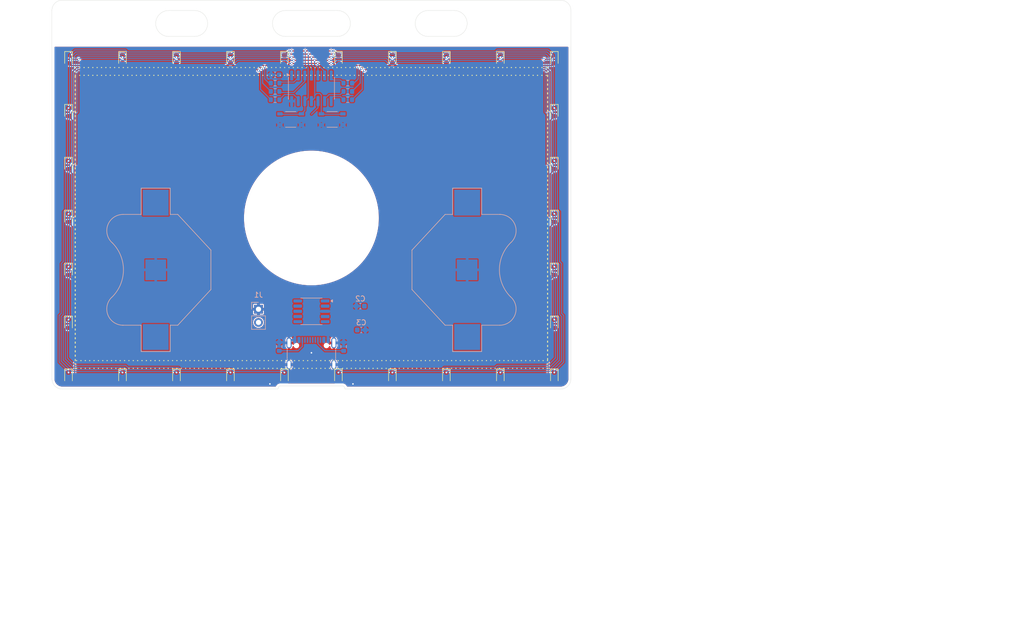
<source format=kicad_pcb>
(kicad_pcb (version 20241229) (generator "pcbnew") (generator_version "9.0")
  (layers (0 "F.Cu" signal) (2 "B.Cu" signal) (13 "F.Paste" user) (15 "B.Paste" user) (5 "F.SilkS" user "F.Silkscreen") (7 "B.SilkS" user "B.Silkscreen") (1 "F.Mask" user) (3 "B.Mask" user) (25 "Edge.Cuts" user))
  (net 0 "")
  (net 1 "GND")
  (net 2 "COL1")
  (net 3 "ROW1")
  (net 4 "ROW2")
  (net 5 "ROW3")
  (net 6 "ROW4")
  (net 7 "ROW5")
  (net 8 "COL2")
  (net 9 "COL3")
  (net 10 "COL4")
  (net 11 "COL5")
  (net 12 "UPDI")
  (net 13 "COL6")
  (net 14 "/_COL1")
  (net 15 "/_COL2")
  (net 16 "/_COL3")
  (net 17 "/_COL4")
  (net 18 "/_COL5")
  (net 19 "/_COL6")
  (net 20 "+BATT")
  (net 21 "Net-(U2-V3)")
  (net 22 "VBUS")
  (net 23 "Net-(J2-CC1)")
  (net 24 "D+")
  (net 25 "D-")
  (net 28 "Net-(J2-CC2)")
  (footprint "LED_SMD:LED_0603_1608Metric" (layer "F.Cu") (at 146.8 79.6 -90)
    (property "Reference" "D6" (hide yes))
    (property "Value" "LED" (hide yes))
  )
  (footprint "LED_SMD:LED_0603_1608Metric" (layer "F.Cu") (at 146.8 130.6 -90)
    (property "Reference" "D1" (hide yes))
    (property "Value" "LED" (hide yes))
  )
  (footprint "LED_SMD:LED_0603_1608Metric" (layer "F.Cu") (at 53.2 100 -90)
    (property "Reference" "D23" (hide yes))
    (property "Value" "LED" (hide yes))
  )
  (footprint "LED_SMD:LED_0603_1608Metric" (layer "F.Cu") (at 53.2 110.2 -90)
    (property "Reference" "D24" (hide yes))
    (property "Value" "LED" (hide yes))
  )
  (footprint "LED_SMD:LED_0603_1608Metric" (layer "F.Cu") (at 53.2 89.8 -90)
    (property "Reference" "D22" (hide yes))
    (property "Value" "LED" (hide yes))
  )
  (footprint "LED_SMD:LED_0603_1608Metric" (layer "F.Cu") (at 146.8 89.8 -90)
    (property "Reference" "D7" (hide yes))
    (property "Value" "LED" (hide yes))
  )
  (footprint "LED_SMD:LED_0603_1608Metric" (layer "F.Cu") (at 136.4 130.6 -90)
    (property "Reference" "D2" (hide yes))
    (property "Value" "LED" (hide yes))
  )
  (footprint "LED_SMD:LED_0603_1608Metric" (layer "F.Cu") (at 146.8 69.4 -90)
    (property "Reference" "D15" (hide yes))
    (property "Value" "LED" (hide yes))
  )
  (footprint "LED_SMD:LED_0603_1608Metric" (layer "F.Cu") (at 126 130.6 -90)
    (property "Reference" "D3" (hide yes))
    (property "Value" "LED" (hide yes))
  )
  (footprint "LED_SMD:LED_0603_1608Metric" (layer "F.Cu") (at 146.8 110.2 -90)
    (property "Reference" "D9" (hide yes))
    (property "Value" "LED" (hide yes))
  )
  (footprint "LED_SMD:LED_0603_1608Metric" (layer "F.Cu") (at 53.2 79.6 -90)
    (property "Reference" "D21" (hide yes))
    (property "Value" "LED" (hide yes))
  )
  (footprint "LED_SMD:LED_0603_1608Metric" (layer "F.Cu") (at 146.8 100 -90)
    (property "Reference" "D8" (hide yes))
    (property "Value" "LED" (hide yes))
  )
  (footprint "LED_SMD:LED_0603_1608Metric" (layer "F.Cu") (at 115.6 69.4 -90)
    (property "Reference" "D12" (hide yes))
    (property "Value" "LED" (hide yes))
  )
  (footprint "LED_SMD:LED_0603_1608Metric" (layer "F.Cu") (at 94.8 69.4 -90)
    (property "Reference" "D16" (hide yes))
    (property "Value" "LED" (hide yes))
  )
  (footprint "LED_SMD:LED_0603_1608Metric" (layer "F.Cu") (at 115.6 130.6 -90)
    (property "Reference" "D4" (hide yes))
    (property "Value" "LED" (hide yes))
  )
  (footprint "LED_SMD:LED_0603_1608Metric" (layer "F.Cu") (at 105.2 69.4 -90)
    (property "Reference" "D11" (hide yes))
    (property "Value" "LED" (hide yes))
  )
  (footprint "LED_SMD:LED_0603_1608Metric" (layer "F.Cu") (at 146.8 120.4 -90)
    (property "Reference" "D10" (hide yes))
    (property "Value" "LED" (hide yes))
  )
  (footprint "LOGO" (layer "F.Cu") (at 180 95)
    (property "Reference" "G***" (hide yes))
    (property "Value" "LOGO" (hide yes))
  )
  (footprint "LED_SMD:LED_0603_1608Metric" (layer "F.Cu") (at 53.2 130.6 -90)
    (property "Reference" "D26" (hide yes))
    (property "Value" "LED" (hide yes))
  )
  (footprint "LED_SMD:LED_0603_1608Metric" (layer "F.Cu") (at 105.2 130.6 -90)
    (property "Reference" "D5" (hide yes))
    (property "Value" "LED" (hide yes))
  )
  (footprint "LED_SMD:LED_0603_1608Metric" (layer "F.Cu") (at 74 130.6 -90)
    (property "Reference" "D28" (hide yes))
    (property "Value" "LED" (hide yes))
  )
  (footprint "LED_SMD:LED_0603_1608Metric" (layer "F.Cu") (at 84.4 130.6 -90)
    (property "Reference" "D29" (hide yes))
    (property "Value" "LED" (hide yes))
  )
  (footprint "LED_SMD:LED_0603_1608Metric" (layer "F.Cu") (at 53.2 120.4 -90)
    (property "Reference" "D25" (hide yes))
    (property "Value" "LED" (hide yes))
  )
  (footprint "LED_SMD:LED_0603_1608Metric" (layer "F.Cu") (at 136.4 69.4 -90)
    (property "Reference" "D14" (hide yes))
    (property "Value" "LED" (hide yes))
  )
  (footprint "LED_SMD:LED_0603_1608Metric" (layer "F.Cu") (at 63.6 130.6 -90)
    (property "Reference" "D27" (hide yes))
    (property "Value" "LED" (hide yes))
  )
  (footprint "LED_SMD:LED_0603_1608Metric" (layer "F.Cu") (at 126 69.4 -90)
    (property "Reference" "D13" (hide yes))
    (property "Value" "LED" (hide yes))
  )
  (footprint "LED_SMD:LED_0603_1608Metric" (layer "F.Cu") (at 63.6 69.4 -90)
    (property "Reference" "D19" (hide yes))
    (property "Value" "LED" (hide yes))
  )
  (footprint "LED_SMD:LED_0603_1608Metric" (layer "F.Cu") (at 53.2 69.4 -90)
    (property "Reference" "D20" (hide yes))
    (property "Value" "LED" (hide yes))
  )
  (footprint "LED_SMD:LED_0603_1608Metric" (layer "F.Cu") (at 84.4 69.4 -90)
    (property "Reference" "D17" (hide yes))
    (property "Value" "LED" (hide yes))
  )
  (footprint "QRCODE" (layer "F.Cu") (at 207.5 82.5)
    (property "Reference" "")
    (property "Value" "6ca.me")
  )
  (footprint "LED_SMD:LED_0603_1608Metric" (layer "F.Cu") (at 74 69.4 -90)
    (property "Reference" "D18" (hide yes))
    (property "Value" "LED" (hide yes))
  )
  (footprint "LED_SMD:LED_0603_1608Metric" (layer "F.Cu") (at 94.8 130.6 -90)
    (property "Reference" "D30" (hide yes))
    (property "Value" "LED" (hide yes))
  )
  (footprint "Library:mcbeeringi_icon_20mm" (layer "B.Cu") (at 78 79 180)
    (property "Reference" "")
    (property "Value" "LOGO" (hide yes))
  )
  (footprint "Battery:BatteryHolder_Multicomp_BC-2001_1x2032" (layer "B.Cu") (at 130 110 90)
    (property "Reference" "BT2" (hide yes))
    (property "Value" "CR2032" (hide yes))
  )
  (footprint "Resistor_SMD:R_0603_1608Metric" (layer "B.Cu") (at 106.2 124.8 90)
    (property "Reference" "R7" (hide yes))
    (property "Value" "4k7" (hide yes))
  )
  (footprint "Resistor_SMD:R_0603_1608Metric" (layer "B.Cu") (at 93 74 180)
    (property "Reference" "R4" (hide yes))
    (property "Value" "Rled" (hide yes))
  )
  (footprint "Capacitor_SMD:C_0603_1608Metric" (layer "B.Cu") (at 93 72.4 180)
    (property "Reference" "C1" (hide yes))
    (property "Value" "10u" (hide yes))
  )
  (footprint "Library:alps-skrp" (layer "B.Cu") (at 96 81 180)
    (property "Reference" "SW1" (hide yes))
    (property "Value" "SW_Push" (hide yes))
  )
  (footprint "Battery:BatteryHolder_Multicomp_BC-2001_1x2032" (layer "B.Cu") (at 70 110 -90)
    (property "Reference" "BT1" (hide yes))
    (property "Value" "CR2032" (hide yes))
  )
  (footprint "Package_SO:SOIC-14_3.9x8.7mm_P1.27mm" (layer "B.Cu") (at 100 75 -90)
    (property "Reference" "U1" (hide yes))
    (property "Value" "ATtiny404-SS" (hide yes))
  )
  (footprint "Capacitor_SMD:C_0603_1608Metric" (layer "B.Cu") (at 109.6 121.6 180)
    (property "Reference" "C3")
    (property "Value" "0u1")
  )
  (footprint "Resistor_SMD:R_0603_1608Metric" (layer "B.Cu") (at 93 75.6 180)
    (property "Reference" "R5" (hide yes))
    (property "Value" "Rled" (hide yes))
  )
  (footprint "Capacitor_SMD:C_0603_1608Metric" (layer "B.Cu") (at 109.425 117 180)
    (property "Reference" "C2")
    (property "Value" "0u1")
  )
  (footprint "Library:PCB.MCBEERINGI.DEV" (layer "B.Cu") (at 62 79 180)
    (property "Reference" "")
    (property "Value" "")
  )
  (footprint "Resistor_SMD:R_0603_1608Metric" (layer "B.Cu") (at 93.8 124.8 90)
    (property "Reference" "R8" (hide yes))
    (property "Value" "4k7" (hide yes))
  )
  (footprint "Resistor_SMD:R_0603_1608Metric" (layer "B.Cu") (at 107 75.6)
    (property "Reference" "R2" (hide yes))
    (property "Value" "Rled" (hide yes))
  )
  (footprint "Connector_PinSocket_2.54mm:PinSocket_1x02_P2.54mm_Vertical" (layer "B.Cu") (at 89.8 117.6 180)
    (property "Reference" "J1")
    (property "Value" "UPDI")
  )
  (footprint "Resistor_SMD:R_0603_1608Metric" (layer "B.Cu") (at 107 77.2)
    (property "Reference" "R1" (hide yes))
    (property "Value" "Rled" (hide yes))
  )
  (footprint "Resistor_SMD:R_0603_1608Metric" (layer "B.Cu") (at 93 77.2 180)
    (property "Reference" "R6" (hide yes))
    (property "Value" "Rled" (hide yes))
  )
  (footprint "Resistor_SMD:R_0603_1608Metric" (layer "B.Cu") (at 107 74)
    (property "Reference" "R3" (hide yes))
    (property "Value" "Rled" (hide yes))
  )
  (footprint "Package_SO:SSOP-10-1EP_3.9x4.9mm_P1mm_EP2.1x3.3mm" (layer "B.Cu") (at 100 118 180)
    (property "Reference" "U2" (hide yes))
    (property "Value" "CH340K" (hide yes))
  )
  (footprint "Connector_USB:USB_C_Receptacle_GCT_USB4105-xx-A_16P_TopMnt_Horizontal" (layer "B.Cu") (at 100 127.2 180)
    (property "Reference" "J2" (hide yes))
    (property "Value" "USB_C_Receptacle_USB2.0_16P" (hide yes))
  )
  (footprint "Library:alps-skrp" (layer "B.Cu") (at 104 81 180)
    (property "Reference" "SW2" (hide yes))
    (property "Value" "SW_Push" (hide yes))
  )
  (gr_rect (start 54.5 71) (end 145.5 129) (stroke (width 0.2) (type dot)) (fill no) (layer "F.SilkS"))
  (gr_rect (start 54.5 72.5) (end 145.5 127.5) (stroke (width 0.2) (type dot)) (fill no) (layer "F.SilkS"))
  (gr_line (start 150 60) (end 150 131) (stroke (width 0.05)) (layer "Edge.Cuts"))
  (gr_arc (start 72.5 65) (mid 70 62.5) (end 72.5 60) (stroke (width 0.05)) (layer "Edge.Cuts"))
  (gr_arc (start 77.5 60) (mid 80 62.5) (end 77.5 65) (stroke (width 0.05)) (layer "Edge.Cuts"))
  (gr_arc (start 95 65) (mid 92.5 62.5) (end 95 60) (stroke (width 0.05)) (layer "Edge.Cuts"))
  (gr_arc (start 150 131) (mid 149.414214 132.414214) (end 148 133) (stroke (width 0.05)) (layer "Edge.Cuts"))
  (gr_line (start 72.5 60) (end 77.5 60) (stroke (width 0.05)) (layer "Edge.Cuts"))
  (gr_arc (start 127.5 60) (mid 130 62.5) (end 127.5 65) (stroke (width 0.05)) (layer "Edge.Cuts"))
  (gr_line (start 50 60) (end 50 131) (stroke (width 0.05)) (layer "Edge.Cuts"))
  (gr_line (start 77.5 65) (end 72.5 65) (stroke (width 0.05)) (layer "Edge.Cuts"))
  (gr_arc (start 105 60) (mid 107.5 62.5) (end 105 65) (stroke (width 0.05)) (layer "Edge.Cuts"))
  (gr_line (start 52 58) (end 148 58) (stroke (width 0.05)) (layer "Edge.Cuts"))
  (gr_arc (start 106.6 133) (mid 106.458579 132.941421) (end 106.4 132.8) (stroke (width 0.05)) (layer "Edge.Cuts"))
  (gr_arc (start 93.6 132.8) (mid 93.717157 132.517157) (end 94 132.4) (stroke (width 0.05)) (layer "Edge.Cuts"))
  (gr_line (start 95 60) (end 105 60) (stroke (width 0.05)) (layer "Edge.Cuts"))
  (gr_line (start 94 132.4) (end 106 132.4) (stroke (width 0.05)) (layer "Edge.Cuts"))
  (gr_arc (start 52 133) (mid 50.585786 132.414214) (end 50 131) (stroke (width 0.05)) (layer "Edge.Cuts"))
  (gr_line (start 52 133) (end 93.4 133) (stroke (width 0.05)) (layer "Edge.Cuts"))
  (gr_arc (start 106 132.4) (mid 106.282843 132.517157) (end 106.4 132.8) (stroke (width 0.05)) (layer "Edge.Cuts"))
  (gr_arc (start 122.5 65) (mid 120 62.5) (end 122.5 60) (stroke (width 0.05)) (layer "Edge.Cuts"))
  (gr_arc (start 148 58) (mid 149.414214 58.585786) (end 150 60) (stroke (width 0.05)) (layer "Edge.Cuts"))
  (gr_line (start 127.5 65) (end 122.5 65) (stroke (width 0.05)) (layer "Edge.Cuts"))
  (gr_line (start 106.6 133) (end 148 133) (stroke (width 0.05)) (layer "Edge.Cuts"))
  (gr_arc (start 50 60) (mid 50.585786 58.585786) (end 52 58) (stroke (width 0.05)) (layer "Edge.Cuts"))
  (gr_line (start 122.5 60) (end 127.5 60) (stroke (width 0.05)) (layer "Edge.Cuts"))
  (gr_line (start 105 65) (end 95 65) (stroke (width 0.05)) (layer "Edge.Cuts"))
  (gr_arc (start 93.6 132.8) (mid 93.541421 132.941421) (end 93.4 133) (stroke (width 0.05)) (layer "Edge.Cuts"))
  (via (at 100 126) (size 0.5) (drill 0.3) (layers "F.Cu" "B.Cu") (net 1))
  (via (at 108 132) (size 0.5) (drill 0.3) (layers "F.Cu" "B.Cu") (net 1))
  (via (at 92 132) (size 0.5) (drill 0.3) (layers "F.Cu" "B.Cu") (net 1))
  (segment (start 104.2 76.6) (end 103.81 76.99) (width 0.2) (layer "B.Cu") (net 2))
  (segment (start 106.175 77.2) (end 106.175 77.175) (width 0.2) (layer "B.Cu") (net 2))
  (segment (start 106.175 77.175) (end 105.6 76.6) (width 0.2) (layer "B.Cu") (net 2))
  (segment (start 103.81 76.99) (end 103.81 77.475) (width 0.2) (layer "B.Cu") (net 2))
  (segment (start 105.6 76.6) (end 104.2 76.6) (width 0.2) (layer "B.Cu") (net 2))
  (segment (start 105.2 68.6) (end 105.2 68.6125) (width 0.2) (layer "F.Cu") (net 3))
  (segment (start 146.8 129.8) (end 146.8 129.7875) (width 0.2) (layer "F.Cu") (net 3))
  (segment (start 96.2 67.8) (end 98.8 67.8) (width 0.2) (layer "F.Cu") (net 3))
  (segment (start 95.6 67.8) (end 94.8 68.6) (width 0.2) (layer "F.Cu") (net 3))
  (segment (start 53.2 129.8) (end 53.2 129.7875) (width 0.2) (layer "F.Cu") (net 3))
  (segment (start 96.2 67.8) (end 95.6 67.8) (width 0.2) (layer "F.Cu") (net 3))
  (segment (start 94.8 68.6) (end 94.8 68.6125) (width 0.2) (layer "F.Cu") (net 3))
  (segment (start 103.8 67.8) (end 104.4 67.8) (width 0.2) (layer "F.Cu") (net 3))
  (segment (start 103.8 67.8) (end 98.8 67.8) (width 0.2) (layer "F.Cu") (net 3))
  (segment (start 104.4 67.8) (end 105.2 68.6) (width 0.2) (layer "F.Cu") (net 3))
  (via (at 103.8 67.8) (size 0.5) (drill 0.3) (layers "F.Cu" "B.Cu") (net 3))
  (via (at 98.8 67.8) (size 0.5) (drill 0.3) (layers "F.Cu" "B.Cu") (net 3))
  (via (at 146.8 129.8) (size 0.5) (drill 0.3) (layers "F.Cu" "B.Cu") (net 3))
  (via (at 53.2 78.8) (size 0.5) (drill 0.3) (layers "F.Cu" "B.Cu") (net 3))
  (via (at 53.2 129.8) (size 0.5) (drill 0.3) (layers "F.Cu" "B.Cu") (net 3))
  (via (at 146.8 78.8) (size 0.5) (drill 0.3) (layers "F.Cu" "B.Cu") (net 3))
  (via (at 96.2 67.8) (size 0.5) (drill 0.3) (layers "F.Cu" "B.Cu") (net 3))
  (segment (start 53 88.4) (end 53 79) (width 0.2) (layer "B.Cu") (net 3))
  (segment (start 115.4 68.4) (end 125.2 68.4) (width 0.2) (layer "B.Cu") (net 3))
  (segment (start 53.2 129.6) (end 51.4 127.8) (width 0.2) (layer "B.Cu") (net 3))
  (segment (start 51.8 118.4) (end 51.8 108.8) (width 0.2) (layer "B.Cu") (net 3))
  (segment (start 52.2 108.4) (end 52.2 98.8) (width 0.2) (layer "B.Cu") (net 3))
  (segment (start 147.8 108.4) (end 147.8 98.8) (width 0.2) (layer "B.Cu") (net 3))
  (segment (start 104.6 68) (end 115 68) (width 0.2) (layer "B.Cu") (net 3))
  (segment (start 64.2 67.6) (end 54.4 67.6) (width 0.2) (layer "B.Cu") (net 3))
  (segment (start 147 88.4) (end 147 79) (width 0.2) (layer "B.Cu") (net 3))
  (segment (start 52.6 88.8) (end 53 88.4) (width 0.2) (layer "B.Cu") (net 3))
  (segment (start 51.8 108.8) (end 52.2 108.4) (width 0.2) (layer "B.Cu") (net 3))
  (segment (start 146.8 129.6) (end 148.6 127.8) (width 0.2) (layer "B.Cu") (net 3))
  (segment (start 95.4 68) (end 85 68) (width 0.2) (layer "B.Cu") (net 3))
  (segment (start 53.2 129.8) (end 53.2 129.6) (width 0.2) (layer "B.Cu") (net 3))
  (segment (start 148.6 127.8) (end 148.6 118.8) (width 0.2) (layer "B.Cu") (net 3))
  (segment (start 98.075 79.925) (end 98 80) (width 0.2) (layer "B.Cu") (net 3))
  (segment (start 125.2 68.4) (end 125.6 68) (width 0.2) (layer "B.Cu") (net 3))
  (segment (start 147 79) (end 146.8 78.8) (width 0.2) (layer "B.Cu") (net 3))
  (segment (start 64.6 68) (end 64.2 67.6) (width 0.2) (layer "B.Cu") (net 3))
  (segment (start 145.6 67.6) (end 146.6 68.6) (width 0.2) (layer "B.Cu") (net 3))
  (segment (start 147.4 88.8) (end 147 88.4) (width 0.2) (layer "B.Cu") (net 3))
  (segment (start 98.73 79.27) (end 98.075 79.925) (width 0.2) (layer "B.Cu") (net 3))
  (segment (start 94 80) (end 93.925 79.925) (width 0.2) (layer "B.Cu") (net 3))
  (segment (start 146.6 78.6) (end 146.8 78.8) (width 0.2) (layer "B.Cu") (net 3))
  (segment (start 74.4 68) (end 64.6 68) (width 0.2) (layer "B.Cu") (net 3))
  (segment (start 147.8 98.8) (end 147.4 98.4) (width 0.2) (layer "B.Cu") (net 3))
  (segment (start 52.6 98.4) (end 52.6 88.8) (width 0.2) (layer "B.Cu") (net 3))
  (segment (start 146.8 129.8) (end 146.8 129.6) (width 0.2) (layer "B.Cu") (net 3))
  (segment (start 99.365 76.84) (end 98.73 77.475) (width 0.2) (layer "B.Cu") (net 3))
  (segment (start 51.4 127.8) (end 51.4 118.8) (width 0.2) (layer "B.Cu") (net 3))
  (segment (start 98.73 77.475) (end 98.73 79.27) (width 0.2) (layer "B.Cu") (net 3))
  (segment (start 98 80) (end 94 80) (width 0.2) (layer "B.Cu") (net 3))
  (segment (start 53 79) (end 53.2 78.8) (width 0.2) (layer "B.Cu") (net 3))
  (segment (start 125.6 68) (end 135.4 68) (width 0.2) (layer "B.Cu") (net 3))
  (segment (start 85 68) (end 84.6 68.4) (width 0.2) (layer "B.Cu") (net 3))
  (segment (start 103.8 67.8) (end 104.4 67.8) (width 0.2) (layer "B.Cu") (net 3))
  (segment (start 51.4 118.8) (end 51.8 118.4) (width 0.2) (layer "B.Cu") (net 3))
  (segment (start 115 68) (end 115.4 68.4) (width 0.2) (layer "B.Cu") (net 3))
  (segment (start 104.4 67.8) (end 104.6 68) (width 0.2) (layer "B.Cu") (net 3))
  (segment (start 147.4 98.4) (end 147.4 88.8) (width 0.2) (layer "B.Cu") (net 3))
  (segment (start 84.6 68.4) (end 74.8 68.4) (width 0.2) (layer "B.Cu") (net 3))
  (segment (start 54.4 67.6) (end 53.4 68.6) (width 0.2) (layer "B.Cu") (net 3))
  (segment (start 135.4 68) (end 135.8 67.6) (width 0.2) (layer "B.Cu") (net 3))
  (segment (start 99.365 70.965) (end 99.365 76.84) (width 0.2) (layer "B.Cu") (net 3))
  (segment (start 74.8 68.4) (end 74.4 68) (width 0.2) (layer "B.Cu") (net 3))
  (segment (start 135.8 67.6) (end 145.6 67.6) (width 0.2) (layer "B.Cu") (net 3))
  (segment (start 96.2 67.8) (end 95.6 67.8) (width 0.2) (layer "B.Cu") (net 3))
  (segment (start 53.4 68.6) (end 53.4 78.6) (width 0.2) (layer "B.Cu") (net 3))
  (segment (start 95.6 67.8) (end 95.4 68) (width 0.2) (layer "B.Cu") (net 3))
  (segment (start 98.8 67.8) (end 98.8 70.4) (width 0.2) (layer "B.Cu") (net 3))
  (segment (start 52.2 98.8) (end 52.6 98.4) (width 0.2) (layer "B.Cu") (net 3))
  (segment (start 53.4 78.6) (end 53.2 78.8) (width 0.2) (layer "B.Cu") (net 3))
  (segment (start 148.2 118.4) (end 148.2 108.8) (width 0.2) (layer "B.Cu") (net 3))
  (segment (start 148.6 118.8) (end 148.2 118.4) (width 0.2) (layer "B.Cu") (net 3))
  (segment (start 146.6 68.6) (end 146.6 78.6) (width 0.2) (layer "B.Cu") (net 3))
  (segment (start 148.2 108.8) (end 147.8 108.4) (width 0.2) (layer "B.Cu") (net 3))
  (segment (start 98.8 70.4) (end 99.365 70.965) (width 0.2) (layer "B.Cu") (net 3))
  (segment (start 95.8 68.4) (end 99.4 68.4) (width 0.2) (layer "F.Cu") (net 4))
  (segment (start 99.4 68.4) (end 104.2 68.4) (width 0.2) (layer "F.Cu") (net 4))
  (via (at 146.8 89) (size 0.5) (drill 0.3) (layers "F.Cu" "B.Cu") (net 4))
  (via (at 63.6 129.8) (size 0.5) (drill 0.3) (layers "F.Cu" "B.Cu") (net 4))
  (via (at 95.8 68.4) (size 0.5) (drill 0.3) (layers "F.Cu" "B.Cu") (net 4))
  (via (at 136.4 129.8) (size 0.5) (drill 0.3) (layers "F.Cu" "B.Cu") (net 4))
  (via (at 99.4 68.4) (size 0.5) (drill 0.3) (layers "F.Cu" "B.Cu") (net 4))
  (via (at 53.2 89) (size 0.5) (drill 0.3) (layers "F.Cu" "B.Cu") (net 4))
  (via (at 104.2 68.4) (size 0.5) (drill 0.3) (layers "F.Cu" "B.Cu") (net 4))
  (via (at 115.6 69) (size 0.5) (drill 0.3) (layers "F.Cu" "B.Cu") (net 4))
  (via (at 84.4 69) (size 0.5) (drill 0.3) (layers "F.Cu" "B.Cu") (net 4))
  (segment (start 64 68) (end 64.4 68.4) (width 0.2) (layer "B.Cu") (net 4))
  (segment (start 147.4 99) (end 147 98.6) (width 0.2) (layer "B.Cu") (net 4))
  (segment (start 84 68.8) (end 84.2 69) (width 0.2) (layer "B.Cu") (net 4))
  (segment (start 74.2 68.4) (end 74.6 68.8) (width 0.2) (layer "B.Cu") (net 4))
  (segment (start 146.6 88.8) (end 146.6 79.4) (width 0.2) (layer "B.Cu") (net 4))
  (segment (start 146.6 79.4) (end 146.2 79) (width 0.2) (layer "B.Cu") (net 4))
  (segment (start 125.4 68.8) (end 116 68.8) (width 0.2) (layer "B.Cu") (net 4))
  (segment (start 53 98.6) (end 53 89.2) (width 0.2) (layer "B.Cu") (net 4))
  (segment (start 63.6 129.8) (end 63.4 129.6) (width 0.2) (layer "B.Cu") (net 4))
  (segment (start 146.2 79) (end 146.2 68.8) (width 0.2) (layer "B.Cu") (net 4))
  (segment (start 52.6 99) (end 53 98.6) (width 0.2) (layer "B.Cu") (net 4))
  (segment (start 147 98.6) (end 147 89.2) (width 0.2) (layer "B.Cu") (net 4))
  (segment (start 115.4 69) (end 114.8 68.4) (width 0.2) (layer "B.Cu") (net 4))
  (segment (start 52.6 108.6) (end 52.6 99) (width 0.2) (layer "B.Cu") (net 4))
  (segment (start 100 71) (end 100 72.525) (width 0.2) (layer "B.Cu") (net 4))
  (segment (start 147.8 118.6) (end 147.8 109) (width 0.2) (layer "B.Cu") (net 4))
  (segment (start 51.8 127.6) (end 51.8 119) (width 0.2) (layer "B.Cu") (net 4))
  (segment (start 52.2 109) (end 52.6 108.6) (width 0.2) (layer "B.Cu") (net 4))
  (segment (start 51.8 119) (end 52.2 118.6) (width 0.2) (layer "B.Cu") (net 4))
  (segment (start 63.4 129.6) (end 53.8 129.6) (width 0.2) (layer "B.Cu") (net 4))
  (segment (start 135.6 68.4) (end 125.8 68.4) (width 0.2) (layer "B.Cu") (net 4))
  (segment (start 99.4 70.4) (end 100 71) (width 0.2) (layer "B.Cu") (net 4))
  (segment (start 53.8 68.8) (end 54.6 68) (width 0.2) (layer "B.Cu") (net 4))
  (segment (start 148.2 119) (end 147.8 118.6) (width 0.2) (layer "B.Cu") (net 4))
  (segment (start 147 89.2) (end 146.8 89) (width 0.2) (layer "B.Cu") (net 4))
  (segment (start 84.2 69) (end 84.4 69) (width 0.2) (layer "B.Cu") (net 4))
  (segment (start 145.4 68) (end 136 68) (width 0.2) (layer "B.Cu") (net 4))
  (segment (start 116 68.8) (end 115.8 69) (width 0.2) (layer "B.Cu") (net 4))
  (segment (start 84.6 69) (end 85.2 68.4) (width 0.2) (layer "B.Cu") (net 4))
  (segment (start 53.2 89) (end 53.4 88.8) (width 0.2) (layer "B.Cu") (net 4))
  (segment (start 136 68) (end 135.6 68.4) (width 0.2) (layer "B.Cu") (net 4))
  (segment (start 148.2 127.6) (end 148.2 119) (width 0.2) (layer "B.Cu") (net 4))
  (segment (start 85.2 68.4) (end 95.8 68.4) (width 0.2) (layer "B.Cu") (net 4))
  (segment (start 115.6 69) (end 115.8 69) (width 0.2) (layer "B.Cu") (net 4))
  (segment (start 146.2 68.8) (end 145.4 68) (width 0.2) (layer "B.Cu") (net 4))
  (segment (start 84.4 69) (end 84.6 69) (width 0.2) (layer "B.Cu") (net 4))
  (segment (start 53.8 79) (end 53.8 68.8) (width 0.2) (layer "B.Cu") (net 4))
  (segment (start 53.4 79.4) (end 53.8 79) (width 0.2) (layer "B.Cu") (net 4))
  (segment (start 125.8 68.4) (end 125.4 68.8) (width 0.2) (layer "B.Cu") (net 4))
  (segment (start 53.8 129.6) (end 51.8 127.6) (width 0.2) (layer "B.Cu") (net 4))
  (segment (start 74.6 68.8) (end 84 68.8) (width 0.2) (layer "B.Cu") (net 4))
  (segment (start 136.4 129.8) (end 136.6 129.6) (width 0.2) (layer "B.Cu") (net 4))
  (segment (start 146.8 89) (end 146.6 88.8) (width 0.2) (layer "B.Cu") (net 4))
  (segment (start 147.4 108.6) (end 147.4 99) (width 0.2) (layer "B.Cu") (net 4))
  (segment (start 115.6 69) (end 115.4 69) (width 0.2) (layer "B.Cu") (net 4))
  (segment (start 53 89.2) (end 53.2 89) (width 0.2) (layer "B.Cu") (net 4))
  (segment (start 146.2 129.6) (end 148.2 127.6) (width 0.2) (layer "B.Cu") (net 4))
  (segment (start 147.8 109) (end 147.4 108.6) (width 0.2) (layer "B.Cu") (net 4))
  (segment (start 136.6 129.6) (end 146.2 129.6) (width 0.2) (layer "B.Cu") (net 4))
  (segment (start 99.4 68.4) (end 99.4 70.4) (width 0.2) (layer "B.Cu") (net 4))
  (segment (start 64.4 68.4) (end 74.2 68.4) (width 0.2) (layer "B.Cu") (net 4))
  (segment (start 52.2 118.6) (end 52.2 109) (width 0.2) (layer "B.Cu") (net 4))
  (segment (start 114.8 68.4) (end 104.2 68.4) (width 0.2) (layer "B.Cu") (net 4))
  (segment (start 54.6 68) (end 64 68) (width 0.2) (layer "B.Cu") (net 4))
  (segment (start 53.4 88.8) (end 53.4 79.4) (width 0.2) (layer "B.Cu") (net 4))
  (segment (start 100 69) (end 96.2 69) (width 0.2) (layer "F.Cu") (net 5))
  (segment (start 103.8 69) (end 100 69) (width 0.2) (layer "F.Cu") (net 5))
  (via (at 103.8 69) (size 0.5) (drill 0.3) (layers "F.Cu" "B.Cu") (net 5))
  (via (at 74 129.8) (size 0.5) (drill 0.3) (layers "F.Cu" "B.Cu") (net 5))
  (via (at 74 69) (size 0.5) (drill 0.3) (layers "F.Cu" "B.Cu") (net 5))
  (via (at 126 69) (size 0.5) (drill 0.3) (layers "F.Cu" "B.Cu") (net 5))
  (via (at 146.8 99.2) (size 0.5) (drill 0.3) (layers "F.Cu" "B.Cu") (net 5))
  (via (at 96.2 69) (size 0.5) (drill 0.3) (layers "F.Cu" "B.Cu") (net 5))
  (via (at 100 69) (size 0.5) (drill 0.3) (layers "F.Cu" "B.Cu") (net 5))
  (via (at 53.2 99.2) (size 0.5) (drill 0.3) (layers "F.Cu" "B.Cu") (net 5))
  (via (at 126 129.8) (size 0.5) (drill 0.3) (layers "F.Cu" "B.Cu") (net 5))
  (segment (start 100.635 71.035) (end 100.635 75.4) (width 0.2) (layer "B.Cu") (net 5))
  (segment (start 145.8 69) (end 145.8 79.2) (width 0.2) (layer "B.Cu") (net 5))
  (segment (start 104.6 68.8) (end 104.4 69) (width 0.2) (layer "B.Cu") (net 5))
  (segment (start 52.6 118.8) (end 52.2 119.2) (width 0.2) (layer "B.Cu") (net 5))
  (segment (start 100 69) (end 100 70.4) (width 0.2) (layer "B.Cu") (net 5))
  (segment (start 101.6 76) (end 101 76) (width 0.2) (layer "B.Cu") (net 5))
  (segment (start 85.4 68.8) (end 95.4 68.8) (width 0.2) (layer "B.Cu") (net 5))
  (segment (start 54.2 69) (end 54.2 79.2) (width 0.2) (layer "B.Cu") (net 5))
  (segment (start 102 80) (end 106 80) (width 0.2) (layer "B.Cu") (net 5))
  (segment (start 101.905 79.905) (end 101.905 76.305) (width 0.2) (layer "B.Cu") (net 5))
  (segment (start 101 76) (end 100.635 76.365) (width 0.2) (layer "B.Cu") (net 5))
  (segment (start 147.8 127.4) (end 146 129.2) (width 0.2) (layer "B.Cu") (net 5))
  (segment (start 135.8 129.6) (end 126.2 129.6) (width 0.2) (layer "B.Cu") (net 5))
  (segment (start 147.8 119.2) (end 147.8 127.4) (width 0.2) (layer "B.Cu") (net 5))
  (segment (start 95.6 69) (end 96.2 69) (width 0.2) (layer "B.Cu") (net 5))
  (segment (start 101.905 76.305) (end 101.6 76) (width 0.2) (layer "B.Cu") (net 5))
  (segment (start 136.2 68.4) (end 145.2 68.4) (width 0.2) (layer "B.Cu") (net 5))
  (segment (start 136.2 129.2) (end 135.8 129.6) (width 0.2) (layer "B.Cu") (net 5))
  (segment (start 64.2 68.8) (end 63.8 68.4) (width 0.2) (layer "B.Cu") (net 5))
  (segment (start 95.4 68.8) (end 95.6 69) (width 0.2) (layer "B.Cu") (net 5))
  (segment (start 146.2 79.6) (end 146.2 89.2) (width 0.2) (layer "B.Cu") (net 5))
  (segment (start 101.925 79.925) (end 102 80) (width 0.2) (layer "B.Cu") (net 5))
  (segment (start 52.6 109.2) (end 52.6 118.8) (width 0.2) (layer "B.Cu") (net 5))
  (segment (start 52.2 119.2) (end 52.2 127.4) (width 0.2) (layer "B.Cu") (net 5))
  (segment (start 52.2 127.4) (end 54 129.2) (width 0.2) (layer "B.Cu") (net 5))
  (segment (start 146.8 99.2) (end 147 99.4) (width 0.2) (layer "B.Cu") (net 5))
  (segment (start 73.8 68.8) (end 64.2 68.8) (width 0.2) (layer "B.Cu") (net 5))
  (segment (start 100 70.4) (end 100.635 71.035) (width 0.2) (layer "B.Cu") (net 5))
  (segment (start 106 80) (end 106.075 79.925) (width 0.2) (layer "B.Cu") (net 5))
  (segment (start 114.6 68.8) (end 104.6 68.8) (width 0.2) (layer "B.Cu") (net 5))
  (segment (start 147.4 109.2) (end 147.4 118.8) (width 0.2) (layer "B.Cu") (net 5))
  (segment (start 53.2 99.2) (end 53 99.4) (width 0.2) (layer "B.Cu") (net 5))
  (segment (start 100.635 75.4) (end 100.635 76.365) (width 0.2) (layer "B.Cu") (net 5))
  (segment (start 146.6 89.6) (end 146.6 99) (width 0.2) (layer "B.Cu") (net 5))
  (segment (start 146.6 99) (end 146.8 99.2) (width 0.2) (layer "B.Cu") (net 5))
  (segment (start 54.8 68.4) (end 54.2 69) (width 0.2) (layer "B.Cu") (net 5))
  (segment (start 145.2 68.4) (end 145.8 69) (width 0.2) (layer "B.Cu") (net 5))
  (segment (start 116.2 69.2) (end 115.8 69.6) (width 0.2) (layer "B.Cu") (net 5))
  (segment (start 74.2 69.2) (end 83.8 69.2) (width 0.2) (layer "B.Cu") (net 5))
  (segment (start 63.8 129.2) (end 64.2 129.6) (width 0.2) (layer "B.Cu") (net 5))
  (segment (start 135.8 68.8) (end 136.2 68.4) (width 0.2) (layer "B.Cu") (net 5))
  (segment (start 146.2 89.2) (end 146.6 89.6) (width 0.2) (layer "B.Cu") (net 5))
  (segment (start 54 129.2) (end 63.8 129.2) (width 0.2) (layer "B.Cu") (net 5))
  (segment (start 126.2 68.8) (end 135.8 68.8) (width 0.2) (layer "B.Cu") (net 5))
  (segment (start 115.4 69.6) (end 114.6 68.8) (width 0.2) (layer "B.Cu") (net 5))
  (segment (start 53.8 79.6) (end 53.8 89.2) (width 0.2) (layer "B.Cu") (net 5))
  (segment (start 74 69) (end 74.2 69.2) (width 0.2) (layer "B.Cu") (net 5))
  (segment (start 53 99.4) (end 53 108.8) (width 0.2) (layer "B.Cu") (net 5))
  (segment (start 126 69) (end 125.8 69.2) (width 0.2) (layer "B.Cu") (net 5))
  (segment (start 54.2 79.2) (end 53.8 79.6) (width 0.2) (layer "B.Cu") (net 5))
  (segment (start 100.635 76.365) (end 100.635 76.84) (width 0.2) (layer "B.Cu") (net 5))
  (segment (start 63.8 68.4) (end 54.8 68.4) (width 0.2) (layer "B.Cu") (net 5))
  (segment (start 53.4 89.6) (end 53.4 99) (width 0.2) (layer "B.Cu") (net 5))
  (segment (start 101.925 79.925) (end 101.905 79.905) (width 0.2) (layer "B.Cu") (net 5))
  (segment (start 126.2 129.6) (end 126 129.8) (width 0.2) (layer "B.Cu") (net 5))
  (segment (start 147 108.8) (end 147.4 109.2) (width 0.2) (layer "B.Cu") (net 5))
  (segment (start 145.8 79.2) (end 146.2 79.6) (width 0.2) (layer "B.Cu") (net 5))
  (segment (start 73.8 129.6) (end 74 129.8) (width 0.2) (layer "B.Cu") (net 5))
  (segment (start 125.8 69.2) (end 116.2 69.2) (width 0.2) (layer "B.Cu") (net 5))
  (segment (start 64.2 129.6) (end 73.8 129.6) (width 0.2) (layer "B.Cu") (net 5))
  (segment (start 53.8 89.2) (end 53.4 89.6) (width 0.2) (layer "B.Cu") (net 5))
  (segment (start 104.4 69) (end 103.8 69) (width 0.2) (layer "B.Cu") (net 5))
  (segment (start 84.2 69.6) (end 84.6 69.6) (width 0.2) (layer "B.Cu") (net 5))
  (segment (start 146 129.2) (end 136.2 129.2) (width 0.2) (layer "B.Cu") (net 5))
  (segment (start 147.4 118.8) (end 147.8 119.2) (width 0.2) (layer "B.Cu") (net 5))
  (segment (start 84.6 69.6) (end 85.4 68.8) (width 0.2) (layer "B.Cu") (net 5))
  (segment (start 147 99.4) (end 147 108.8) (width 0.2) (layer "B.Cu") (net 5))
  (segment (start 126 69) (end 126.2 68.8) (width 0.2) (layer "B.Cu") (net 5))
  (segment (start 83.8 69.2) (end 84.2 69.6) (width 0.2) (layer "B.Cu") (net 5))
  (segment (start 53.4 99) (end 53.2 99.2) (width 0.2) (layer "B.Cu") (net 5))
  (segment (start 100.635 76.84) (end 100 77.475) (width 0.2) (layer "B.Cu") (net 5))
  (segment (start 74 69) (end 73.8 68.8) (width 0.2) (layer "B.Cu") (net 5))
  (segment (start 53 108.8) (end 52.6 109.2) (width 0.2) (layer "B.Cu") (net 5))
  (segment (start 115.8 69.6) (end 115.4 69.6) (width 0.2) (layer "B.Cu") (net 5))
  (segment (start 96.6 69.6) (end 100.6 69.6) (width 0.2) (layer "F.Cu") (net 6))
  (segment (start 100.6 69.6) (end 103.4 69.6) (width 0.2) (layer "F.Cu") (net 6))
  (via (at 100.6 69.6) (size 0.5) (drill 0.3) (layers "F.Cu" "B.Cu") (net 6))
  (via (at 103.4 69.6) (size 0.5) (drill 0.3) (layers "F.Cu" "B.Cu") (net 6))
  (via (at 63.6 69) (size 0.5) (drill 0.3) (layers "F.Cu" "B.Cu") (net 6))
  (via (at 146.8 109.4) (size 0.5) (drill 0.3) (layers "F.Cu" "B.Cu") (net 6))
  (via (at 84.4 129.8) (size 0.5) (drill 0.3) (layers "F.Cu" "B.Cu") (net 6))
  (via (at 53.2 109.4) (size 0.5) (drill 0.3) (layers "F.Cu" "B.Cu") (net 6))
  (via (at 115.6 129.8) (size 0.5) (drill 0.3) (layers "F.Cu" "B.Cu") (net 6))
  (via (at 96.6 69.6) (size 0.5) (drill 0.3) (layers "F.Cu" "B.Cu") (net 6))
  (via (at 136.4 69) (size 0.5) (drill 0.3) (layers "F.Cu" "B.Cu") (net 6))
  (segment (start 74.6 129.6) (end 74.2 129.2) (width 0.2) (layer "B.Cu") (net 6))
  (segment (start 146.6 109.2) (end 146.6 99.8) (width 0.2) (layer "B.Cu") (net 6))
  (segment (start 115.6 129.8) (end 115.8 129.6) (width 0.2) (layer "B.Cu") (net 6))
  (segment (start 84 70) (end 84.8 70) (width 0.2) (layer "B.Cu") (net 6))
  (segment (start 63.8 69.2) (end 73.4 69.2) (width 0.2) (layer "B.Cu") (net 6))
  (segment (start 53 109.6) (end 53.2 109.4) (width 0.2) (layer "B.Cu") (net 6))
  (segment (start 95.2 69.2) (end 95.6 69.6) (width 0.2) (layer "B.Cu") (net 6))
  (segment (start 84.4 129.8) (end 84.2 129.6) (width 0.2) (layer "B.Cu") (net 6))
  (segment (start 53.4 109.2) (end 53.4 99.8) (width 0.2) (layer "B.Cu") (net 6))
  (segment (start 147.4 119.4) (end 147 119) (width 0.2) (layer "B.Cu") (net 6))
  (segment (start 84.8 70) (end 85.6 69.2) (width 0.2) (layer "B.Cu") (net 6))
  (segment (start 147 109.6) (end 146.8 109.4) (width 0.2) (layer "B.Cu") (net 6))
  (segment (start 146.2 89.8) (end 145.8 89.4) (width 0.2) (layer "B.Cu") (net 6))
  (segment (start 103.4 69.6) (end 104.4 69.6) (width 0.2) (layer "B.Cu") (net 6))
  (segment (start 54.2 79.8) (end 54.6 79.4) (width 0.2) (layer "B.Cu") (net 6))
  (segment (start 136.2 69.2) (end 136.4 69) (width 0.2) (layer "B.Cu") (net 6))
  (segment (start 52.6 119.4) (end 53 119) (width 0.2) (layer "B.Cu") (net 6))
  (segment (start 146.8 109.4) (end 146.6 109.2) (width 0.2) (layer "B.Cu") (net 6))
  (segment (start 55 68.8) (end 63.4 68.8) (width 0.2) (layer "B.Cu") (net 6))
  (segment (start 54.6 69.2) (end 55 68.8) (width 0.2) (layer "B.Cu") (net 6))
  (segment (start 53.8 89.8) (end 54.2 89.4) (width 0.2) (layer "B.Cu") (net 6))
  (segment (start 74.2 129.2) (end 64.4 129.2) (width 0.2) (layer "B.Cu") (net 6))
  (segment (start 146.6 99.8) (end 146.2 99.4) (width 0.2) (layer "B.Cu") (net 6))
  (segment (start 145.8 128.8) (end 147.4 127.2) (width 0.2) (layer "B.Cu") (net 6))
  (segment (start 104.8 69.2) (end 114.4 69.2) (width 0.2) (layer "B.Cu") (net 6))
  (segment (start 116.4 69.6) (end 126.2 69.6) (width 0.2) (layer "B.Cu") (net 6))
  (segment (start 63.4 68.8) (end 63.6 69) (width 0.2) (layer "B.Cu") (net 6))
  (segment (start 64 128.8) (end 54.2 128.8) (width 0.2) (layer "B.Cu") (net 6))
  (segment (start 53.2 109.4) (end 53.4 109.2) (width 0.2) (layer "B.Cu") (net 6))
  (segment (start 53 119) (end 53 109.6) (width 0.2) (layer "B.Cu") (net 6))
  (segment (start 85.6 69.2) (end 95.2 69.2) (width 0.2) (layer "B.Cu") (net 6))
  (segment (start 147 119) (end 147 109.6) (width 0.2) (layer "B.Cu") (net 6))
  (segment (start 126.2 69.6) (end 126.6 69.2) (width 0.2) (layer "B.Cu") (net 6))
  (segment (start 147.4 127.2) (end 147.4 119.4) (width 0.2) (layer "B.Cu") (net 6))
  (segment (start 64.4 129.2) (end 64 128.8) (width 0.2) (layer "B.Cu") (net 6))
  (segment (start 53.8 99.4) (end 53.8 89.8) (width 0.2) (layer "B.Cu") (net 6))
  (segment (start 54.6 79.4) (end 54.6 69.2) (width 0.2) (layer "B.Cu") (net 6))
  (segment (start 54.2 89.4) (end 54.2 79.8) (width 0.2) (layer "B.Cu") (net 6))
  (segment (start 95.6 69.6) (end 96.6 69.6) (width 0.2) (layer "B.Cu") (net 6))
  (segment (start 136.6 68.8) (end 136.4 69) (width 0.2) (layer "B.Cu") (net 6))
  (segment (start 145.4 79.4) (end 145.4 69.2) (width 0.2) (layer "B.Cu") (net 6))
  (segment (start 125.4 129.6) (end 125.8 129.2) (width 0.2) (layer "B.Cu") (net 6))
  (segment (start 73.4 69.2) (end 73.8 69.6) (width 0.2) (layer "B.Cu") (net 6))
  (segment (start 104.4 69.6) (end 104.8 69.2) (width 0.2) (layer "B.Cu") (net 6))
  (segment (start 101.27 71.07) (end 101.27 72.525) (width 0.2) (layer "B.Cu") (net 6))
  (segment (start 136 128.8) (end 145.8 128.8) (width 0.2) (layer "B.Cu") (net 6))
  (segment (start 54.2 128.8) (end 52.6 127.2) (width 0.2) (layer "B.Cu") (net 6))
  (segment (start 84.2 129.6) (end 74.6 129.6) (width 0.2) (layer "B.Cu") (net 6))
  (segment (start 63.6 69) (end 63.8 69.2) (width 0.2) (layer "B.Cu") (net 6))
  (segment (start 83.6 69.6) (end 84 70) (width 0.2) (layer "B.Cu") (net 6))
  (segment (start 145.4 69.2) (end 145 68.8) (width 0.2) (layer "B.Cu") (net 6))
  (segment (start 100.6 70.4) (end 101.27 71.07) (width 0.2) (layer "B.Cu") (net 6))
  (segment (start 114.4 69.2) (end 115.2 70) (width 0.2) (layer "B.Cu") (net 6))
  (segment (start 116 70) (end 116.4 69.6) (width 0.2) (layer "B.Cu") (net 6))
  (segment (start 145.8 89.4) (end 145.8 79.8) (width 0.2) (layer "B.Cu") (net 6))
  (segment (start 115.2 70) (end 116 70) (width 0.2) (layer "B.Cu") (net 6))
  (segment (start 52.6 127.2) (end 52.6 119.4) (width 0.2) (layer "B.Cu") (net 6))
  (segment (start 100.6 69.6) (end 100.6 70.4) (width 0.2) (layer "B.Cu") (net 6))
  (segment (start 145.8 79.8) (end 145.4 79.4) (width 0.2) (layer "B.Cu") (net 6))
  (segment (start 135.6 129.2) (end 136 128.8) (width 0.2) (layer "B.Cu") (net 6))
  (segment (start 145 68.8) (end 136.6 68.8) (width 0.2) (layer "B.Cu") (net 6))
  (segment (start 126.6 69.2) (end 136.2 69.2) (width 0.2) (layer "B.Cu") (net 6))
  (segment (start 146.2 99.4) (end 146.2 89.8) (width 0.2) (layer "B.Cu") (net 6))
  (segment (start 53.4 99.8) (end 53.8 99.4) (width 0.2) (layer "B.Cu") (net 6))
  (segment (start 115.8 129.6) (end 125.4 129.6) (width 0.2) (layer "B.Cu") (net 6))
  (segment (start 125.8 129.2) (end 135.6 129.2) (width 0.2) (layer "B.Cu") (net 6))
  (segment (start 73.8 69.6) (end 83.6 69.6) (width 0.2) (layer "B.Cu") (net 6))
  (segment (start 55.2 69.4) (end 54 69.4) (width 0.2) (layer "F.Cu") (net 7))
  (segment (start 53.2125 68.6125) (end 53.2 68.6125) (width 0.2) (layer "F.Cu") (net 7))
  (segment (start 144.8 69.4) (end 146 69.4) (width 0.2) (layer "F.Cu") (net 7))
  (segment (start 101.2 70.2) (end 96.2 70.2) (width 0.2) (layer "F.Cu") (net 7))
  (segment (start 54 69.4) (end 53.2125 68.6125) (width 0.2) (layer "F.Cu") (net 7))
  (segment (start 146.7875 68.6125) (end 146.8 68.6125) (width 0.2) (layer "F.Cu") (net 7))
  (segment (start 103.8 70.2) (end 101.2 70.2) (width 0.2) (layer "F.Cu") (net 7))
  (segment (start 146 69.4) (end 146.7875 68.6125) (width 0.2) (layer "F.Cu") (net 7))
  (via (at 55.2 69.4) (size 0.5) (drill 0.3) (layers "F.Cu" "B.Cu") (net 7))
  (via (at 146.8 119.6) (size 0.5) (drill 0.3) (layers "F.Cu" "B.Cu") (net 7))
  (via (at 144.8 69.4) (size 0.5) (drill 0.3) (layers "F.Cu" "B.Cu") (net 7))
  (via (at 105.2 129.8) (size 0.5) (drill 0.3) (layers "F.Cu" "B.Cu") (net 7))
  (via (at 96.2 70.2) (size 0.5) (drill 0.3) (layers "F.Cu" "B.Cu") (net 7))
  (via (at 101.2 70.2) (size 0.5) (drill 0.3) (layers "F.Cu" "B.Cu") (net 7))
  (via (at 94.8 129.8) (size 0.5) (drill 0.3) (layers "F.Cu" "B.Cu") (net 7))
  (via (at 53.2 119.6) (size 0.5) (drill 0.3) (layers "F.Cu" "B.Cu") (net 7))
  (via (at 103.8 70.2) (size 0.5) (drill 0.3) (layers "F.Cu" "B.Cu") (net 7))
  (segment (start 144.8 69.4) (end 145 69.6) (width 0.2) (layer "B.Cu") (net 7))
  (segment (start 125.6 128.8) (end 135.4 128.8) (width 0.2) (layer "B.Cu") (net 7))
  (segment (start 104.4 70.2) (end 105 69.6) (width 0.2) (layer "B.Cu") (net 7))
  (segment (start 73.6339 70.001) (end 83.401 70.001) (width 0.2) (layer "B.Cu") (net 7))
  (segment (start 63.4 69.6) (end 63.6329 69.6) (width 0.2) (layer "B.Cu") (net 7))
  (segment (start 145.4 80) (end 145.4 89.6) (width 0.2) (layer "B.Cu") (net 7))
  (segment (start 145.8 99.6) (end 146.2 100) (width 0.2) (layer "B.Cu") (net 7))
  (segment (start 74.4 128.8) (end 64.6 128.8) (width 0.2) (layer "B.Cu") (net 7))
  (segment (start 55.2 69.4) (end 55 69.6) (width 0.2) (layer "B.Cu") (net 7))
  (segment (start 136.6 69.6) (end 137 69.2) (width 0.2) (layer "B.Cu") (net 7))
  (segment (start 53.4 119.4) (end 53.2 119.6) (width 0.2) (layer "B.Cu") (net 7))
  (segment (start 54.2 99.6) (end 53.8 100) (width 0.2) (layer "B.Cu") (net 7))
  (segment (start 137 69.2) (end 144.6 69.2) (width 0.2) (layer "B.Cu") (net 7))
  (segment (start 94.8 129.8) (end 94.6 129.6) (width 0.2) (layer "B.Cu") (net 7))
  (segment (start 145 69.6) (end 145 79.6) (width 0.2) (layer "B.Cu") (net 7))
  (segment (start 54.4 128.4) (end 53 127) (width 0.2) (layer "B.Cu") (net 7))
  (segment (start 146.2 100) (end 146.2 109.6) (width 0.2) (layer "B.Cu") (net 7))
  (segment (start 146.2 109.6) (end 146.6 110) (width 0.2) (layer "B.Cu") (net 7))
  (segment (start 105 69.6) (end 114.2 69.6) (width 0.2) (layer "B.Cu") (net 7))
  (segment (start 94.6 129.6) (end 85 129.6) (width 0.2) (layer "B.Cu") (net 7))
  (segment (start 53.8 109.6) (end 53.4 110) (width 0.2) (layer "B.Cu") (net 7))
  (segment (start 53 119.8) (end 53.2 119.6) (width 0.2) (layer "B.Cu") (net 7))
  (segment (start 84.9661 70.401) (end 85.7661 69.601) (width 0.2) (layer "B.Cu") (net 7))
  (segment (start 55.2 69.4) (end 55.399 69.201) (width 0.2) (layer "B.Cu") (net 7))
  (segment (start 53.4 110) (end 53.4 119.4) (width 0.2) (layer "B.Cu") (net 7))
  (segment (start 54.2 90) (end 54.2 99.6) (width 0.2) (layer "B.Cu") (net 7))
  (segment (start 101.2 70.2) (end 101.2 70.4) (width 0.2) (layer "B.Cu") (net 7))
  (segment (start 103.8 70.2) (end 104.4 70.2) (width 0.2) (layer "B.Cu") (net 7))
  (segment (start 53.8 100) (end 53.8 109.6) (width 0.2) (layer "B.Cu") (net 7))
  (segment (start 74.8 129.2) (end 74.4 128.8) (width 0.2) (layer "B.Cu") (net 7))
  (segment (start 115 70.4) (end 116.2 70.4) (width 0.2) (layer "B.Cu") (net 7))
  (segment (start 116.2 70.4) (end 116.6 70) (width 0.2) (layer "B.Cu") (net 7))
  (segment (start 135.8 128.4) (end 145.6 128.4) (width 0.2) (layer "B.Cu") (net 7))
  (segment (start 73.6 70) (end 73.6329 70) (width 0.2) (layer "B.Cu") (net 7))
  (segment (start 83.401 70.001) (end 83.8 70.4) (width 0.2) (layer "B.Cu") (net 7))
  (segment (start 145.8 90) (end 145.8 99.6) (width 0.2) (layer "B.Cu") (net 7))
  (segment (start 105.2 129.8) (end 105.4 129.6) (width 0.2) (layer "B.Cu") (net 7))
  (segment (start 73.6329 70) (end 73.6339 70.001) (width 0.2) (layer "B.Cu") (net 7))
  (segment (start 126.4 70) (end 126.8 69.6) (width 0.2) (layer "B.Cu") (net 7))
  (segment (start 101.2 70.4) (end 102.54 71.74) (width 0.2) (layer "B.Cu") (net 7))
  (segment (start 115.4 129.2) (end 125.2 129.2) (width 0.2) (layer "B.Cu") (net 7))
  (segment (start 55 79.6) (end 54.6 80) (width 0.2) (layer "B.Cu") (net 7))
  (segment (start 55 69.6) (end 55 79.6) (width 0.2) (layer "B.Cu") (net 7))
  (segment (start 95.6 70.2) (end 96.2 70.2) (width 0.2) (layer "B.Cu") (net 7))
  (segment (start 84.6 129.2) (end 74.8 129.2) (width 0.2) (layer "B.Cu") (net 7))
  (segment (start 53 127) (end 53 119.8) (width 0.2) (layer "B.Cu") (net 7))
  (segment (start 102.54 71.74) (end 102.54 72.525) (width 0.2) (layer "B.Cu") (net 7))
  (segment (start 146.6 110) (end 146.6 119.4) (width 0.2) (layer "B.Cu") (net 7))
  (segment (start 85.7661 69.601) (end 95.001 69.601) (width 0.2) (layer "B.Cu") (net 7))
  (segment (start 144.6 69.2) (end 144.8 69.4) (width 0.2) (layer "B.Cu") (net 7))
  (segment (start 64.2 128.4) (end 54.4 128.4) (width 0.2) (layer "B.Cu") (net 7))
  (segment (start 83.8 70.4) (end 83.8329 70.4) (width 0.2) (layer "B.Cu") (net 7))
  (segment (start 114.2 69.6) (end 115 70.4) (width 0.2) (layer "B.Cu") (net 7))
  (segment (start 63.001 69.201) (end 63.4 69.6) (width 0.2) (layer "B.Cu") (net 7))
  (segment (start 85 129.6) (end 84.6 129.2) (width 0.2) (layer "B.Cu") (net 7))
  (segment (start 145.6 128.4) (end 147 127) (width 0.2) (layer "B.Cu") (net 7))
  (segment (start 54.6 89.6) (end 54.2 90) (width 0.2) (layer "B.Cu") (net 7))
  (segment (start 145.4 89.6) (end 145.8 90) (width 0.2) (layer "B.Cu") (net 7))
  (segment (start 147 127) (end 147 119.8) (width 0.2) (layer "B.Cu") (net 7))
  (segment (start 147 119.8) (end 146.8 119.6) (width 0.2) (layer "B.Cu") (net 7))
  (segment (start 55.399 69.201) (end 63.001 69.201) (width 0.2) (layer "B.Cu") (net 7))
  (segment (start 125.2 129.2) (end 125.6 128.8) (width 0.2) (layer "B.Cu") (net 7))
  (segment (start 116.6 70) (end 126.4 70) (width 0.2) (layer "B.Cu") (net 7))
  (segment (start 145 79.6) (end 145.4 80) (width 0.2) (layer "B.Cu") (net 7))
  (segment (start 64.6 128.8) (end 64.2 128.4) (width 0.2) (layer "B.Cu") (net 7))
  (segment (start 73.201 69.601) (end 73.6 70) (width 0.2) (layer "B.Cu") (net 7))
  (segment (start 83.8329 70.4) (end 83.8339 70.401) (width 0.2) (layer "B.Cu") (net 7))
  (segment (start 135.4 128.8) (end 135.8 128.4) (width 0.2) (layer "B.Cu") (net 7))
  (segment (start 63.6329 69.6) (end 63.6339 69.601) (width 0.2) (layer "B.Cu") (net 7))
  (segment (start 54.6 80) (end 54.6 89.6) (width 0.2) (layer "B.Cu") (net 7))
  (segment (start 126.8 69.6) (end 136.6 69.6) (width 0.2) (layer "B.Cu") (net 7))
  (segment (start 105.4 129.6) (end 115 129.6) (width 0.2) (layer "B.Cu") (net 7))
  (segment (start 95.001 69.601) (end 95.6 70.2) (width 0.2) (layer "B.Cu") (net 7))
  (segment (start 115 129.6) (end 115.4 129.2) (width 0.2) (layer "B.Cu") (net 7))
  (segment (start 83.8339 70.401) (end 84.9661 70.401) (width 0.2) (layer "B.Cu") (net 7))
  (segment (start 146.6 119.4) (end 146.8 119.6) (width 0.2) (layer "B.Cu") (net 7))
  (segment (start 63.6339 69.601) (end 73.201 69.601) (width 0.2) (layer "B.Cu") (net 7))
  (segment (start 102.54 77.06) (end 102.54 77.475) (width 0.2) (layer "B.Cu") (net 8))
  (segment (start 103.4 76.2) (end 102.54 77.06) (width 0.2) (layer "B.Cu") (net 8))
  (segment (start 106.175 75.6) (end 105.575 76.2) (width 0.2) (layer "B.Cu") (net 8))
  (segment (start 105.575 76.2) (end 103.4 76.2) (width 0.2) (layer "B.Cu") (net 8))
  (segment (start 103.81 73.01) (end 104.2 73.4) (width 0.2) (layer "B.Cu") (net 9))
  (segment (start 104.2 73.4) (end 105.6 73.4) (width 0.2) (layer "B.Cu") (net 9))
  (segment (start 106.175 73.975) (end 106.175 74) (width 0.2) (layer "B.Cu") (net 9))
  (segment (start 103.81 72.525) (end 103.81 73.01) (width 0.2) (layer "B.Cu") (net 9))
  (segment (start 105.6 73.4) (end 106.175 73.975) (width 0.2) (layer "B.Cu") (net 9))
  (segment (start 97.46 72.94) (end 97.46 72.525) (width 0.2) (layer "B.Cu") (net 10))
  (segment (start 93.825 74) (end 94.025 73.8) (width 0.2) (layer "B.Cu") (net 10))
  (segment (start 96.6 73.8) (end 97.46 72.94) (width 0.2) (layer "B.Cu") (net 10))
  (segment (start 94.025 73.8) (end 96.6 73.8) (width 0.2) (layer "B.Cu") (net 10))
  (segment (start 96.6 75.8) (end 98.73 73.67) (width 0.2) (layer "B.Cu") (net 11))
  (segment (start 94.025 75.8) (end 96.6 75.8) (width 0.2) (layer "B.Cu") (net 11))
  (segment (start 93.825 75.6) (end 94.025 75.8) (width 0.2) (layer "B.Cu") (net 11))
  (segment (start 98.73 73.67) (end 98.73 72.525) (width 0.2) (layer "B.Cu") (net 11))
  (segment (start 101.27 78.73) (end 100 80) (width 0.2) (layer "B.Cu") (net 12))
  (segment (start 101.27 77.475) (end 101.27 78.73) (width 0.2) (layer "B.Cu") (net 12))
  (segment (start 94.8 76.2) (end 96.6 76.2) (width 0.2) (layer "B.Cu") (net 13))
  (segment (start 93.825 77.2) (end 93.825 77.175) (width 0.2) (layer "B.Cu") (net 13))
  (segment (start 93.825 77.175) (end 94.8 76.2) (width 0.2) (layer "B.Cu") (net 13))
  (segment (start 97.46 77.06) (end 97.46 77.475) (width 0.2) (layer "B.Cu") (net 13))
  (segment (start 96.6 76.2) (end 97.46 77.06) (width 0.2) (layer "B.Cu") (net 13))
  (segment (start 146.7875 131.4) (end 136.4125 131.4) (width 0.2) (layer "F.Cu") (net 14))
  (segment (start 146.8 131.3875) (end 146.7875 131.4) (width 0.2) (layer "F.Cu") (net 14))
  (segment (start 126 131.3875) (end 125.9875 131.4) (width 0.2) (layer "F.Cu") (net 14))
  (segment (start 125.9875 131.4) (end 115.6125 131.4) (width 0.2) (layer "F.Cu") (net 14))
  (segment (start 145.6 72) (end 145.6 130.2) (width 0.2) (layer "F.Cu") (net 14))
  (segment (start 145.6 130.2) (end 146.8 131.4) (width 0.2) (layer "F.Cu") (net 14))
  (segment (start 110.2 71.6) (end 110.4 71.4) (width 0.2) (layer "F.Cu") (net 14))
  (segment (start 126.0125 131.4) (end 126 131.3875) (width 0.2) (layer "F.Cu") (net 14))
  (segment (start 110.4 71.4) (end 145 71.4) (width 0.2) (layer "F.Cu") (net 14))
  (segment (start 115.6125 131.4) (end 115.6 131.3875) (width 0.2) (layer "F.Cu") (net 14))
  (segment (start 136.4125 131.4) (end 136.4 131.3875) (width 0.2) (layer "F.Cu") (net 14))
  (segment (start 146.8 131.4) (end 146.8 131.4125) (width 0.2) (layer "F.Cu") (net 14))
  (segment (start 115.6 131.3875) (end 115.5875 131.4) (width 0.2) (layer "F.Cu") (net 14))
  (segment (start 105.2125 131.4) (end 105.2 131.3875) (width 0.2) (layer "F.Cu") (net 14))
  (segment (start 115.5875 131.4) (end 105.2125 131.4) (width 0.2) (layer "F.Cu") (net 14))
  (segment (start 136.3875 131.4) (end 126.0125 131.4) (width 0.2) (layer "F.Cu") (net 14))
  (segment (start 145 71.4) (end 145.6 72) (width 0.2) (layer "F.Cu") (net 14))
  (segment (start 136.4 131.3875) (end 136.3875 131.4) (width 0.2) (layer "F.Cu") (net 14))
  (via (at 110.2 71.6) (size 0.5) (drill 0.3) (layers "F.Cu" "B.Cu") (net 14))
  (segment (start 109.8 72) (end 110.2 71.6) (width 0.2) (layer "B.Cu") (net 14))
  (segment (start 107.825 77.2) (end 107.825 77.175) (width 0.2) (layer "B.Cu") (net 14))
  (segment (start 107.825 77.175) (end 109.8 75.2) (width 0.2) (layer "B.Cu") (net 14))
  (segment (start 109.8 75.2) (end 109.8 72) (width 0.2) (layer "B.Cu") (net 14))
  (segment (start 109.6 71.2) (end 109.8 71) (width 0.2) (layer "F.Cu") (net 15))
  (segment (start 146.8 111.0875) (end 146.7875 111.0875) (width 0.2) (layer "F.Cu") (net 15))
  (segment (start 146.7875 90.7125) (end 146.8 90.7125) (width 0.2) (layer "F.Cu") (net 15))
  (segment (start 146 111.9) (end 146.7875 111.1125) (width 0.2) (layer "F.Cu") (net 15))
  (segment (start 146.7875 111.0875) (end 146 110.3) (width 0.2) (layer "F.Cu") (net 15))
  (segment (start 146 71.8) (end 146 79.6) (width 0.2) (layer "F.Cu") (net 15))
  (segment (start 146.7875 100.9125) (end 146.8 100.9125) (width 0.2) (layer "F.Cu") (net 15))
  (segment (start 146.7875 80.4125) (end 146.8 80.4125) (width 0.2) (layer "F.Cu") (net 15))
  (segment (start 146.7875 80.3875) (end 146.8 80.3875) (width 0.2) (layer "F.Cu") (net 15))
  (segment (start 146 91.5) (end 146.7875 90.7125) (width 0.2) (layer "F.Cu") (net 15))
  (segment (start 146.7875 121.2875) (end 146 120.5) (width 0.2) (layer "F.Cu") (net 15))
  (segment (start 146 89.8) (end 146 81.2) (width 0.2) (layer "F.Cu") (net 15))
  (segment (start 146.8 121.2875) (end 146.7875 121.2875) (width 0.2) (layer "F.Cu") (net 15))
  (segment (start 146.8 90.5875) (end 146.7875 90.5875) (width 0.2) (layer "F.Cu") (net 15))
  (segment (start 146 100.1) (end 146 91.5) (width 0.2) (layer "F.Cu") (net 15))
  (segment (start 146.7875 111.1125) (end 146.8 111.1125) (width 0.2) (layer "F.Cu") (net 15))
  (segment (start 146.7875 90.5875) (end 146 89.8) (width 0.2) (layer "F.Cu") (net 15))
  (segment (start 146.8 100.8875) (end 146.7875 100.8875) (width 0.2) (layer "F.Cu") (net 15))
  (segment (start 146.7875 100.8875) (end 146 100.1) (width 0.2) (layer "F.Cu") (net 15))
  (segment (start 146 79.6) (end 146.7875 80.3875) (width 0.2) (layer "F.Cu") (net 15))
  (segment (start 109.8 71) (end 145.2 71) (width 0.2) (layer "F.Cu") (net 15))
  (segment (start 146 81.2) (end 146.7875 80.4125) (width 0.2) (layer "F.Cu") (net 15))
  (segment (start 146 110.3) (end 146 101.7) (width 0.2) (layer "F.Cu") (net 15))
  (segment (start 146 101.7) (end 146.7875 100.9125) (width 0.2) (layer "F.Cu") (net 15))
  (segment (start 145.2 71) (end 146 71.8) (width 0.2) (layer "F.Cu") (net 15))
  (segment (start 146 120.5) (end 146 111.9) (width 0.2) (layer "F.Cu") (net 15))
  (via (at 109.6 71.2) (size 0.5) (drill 0.3) (layers "F.Cu" "B.Cu") (net 15))
  (segment (start 109.4 71.4) (end 109.6 71.2) (width 0.2) (layer "B.Cu") (net 15))
  (segment (start 107.825 75.6) (end 107.825 75.575) (width 0.2) (layer "B.Cu") (net 15))
  (segment (start 109.4 74) (end 109.4 71.4) (width 0.2) (layer "B.Cu") (net 15))
  (segment (start 107.825 75.575) (end 109.4 74) (width 0.2) (layer "B.Cu") (net 15))
  (segment (start 105.6125 70.6) (end 108.8 70.6) (width 0.2) (layer "F.Cu") (net 16))
  (segment (start 135.9875 70.6) (end 136.4 70.1875) (width 0.2) (layer "F.Cu") (net 16))
  (segment (start 136.8125 70.6) (end 146.3875 70.6) (width 0.2) (layer "F.Cu") (net 16))
  (segment (start 109 70.8) (end 109.2 70.6) (width 0.2) (layer "F.Cu") (net 16))
  (segment (start 105.2 70.1875) (end 105.6125 70.6) (width 0.2) (layer "F.Cu") (net 16))
  (segment (start 115.1875 70.6) (end 115.6 70.1875) (width 0.2) (layer "F.Cu") (net 16))
  (segment (start 136.4 70.1875) (end 136.8125 70.6) (width 0.2) (layer "F.Cu") (net 16))
  (segment (start 109 70.8) (end 108.8 70.6) (width 0.2) (layer "F.Cu") (net 16))
  (segment (start 126.4125 70.6) (end 135.9875 70.6) (width 0.2) (layer "F.Cu") (net 16))
  (segment (start 115.6 70.1875) (end 116.0125 70.6) (width 0.2) (layer "F.Cu") (net 16))
  (segment (start 126 70.1875) (end 126.4125 70.6) (width 0.2) (layer "F.Cu") (net 16))
  (segment (start 146.3875 70.6) (end 146.8 70.1875) (width 0.2) (layer "F.Cu") (net 16))
  (segment (start 116.0125 70.6) (end 125.5875 70.6) (width 0.2) (layer "F.Cu") (net 16))
  (segment (start 109.2 70.6) (end 115.1875 70.6) (width 0.2) (layer "F.Cu") (net 16))
  (segment (start 125.5875 70.6) (end 126 70.1875) (width 0.2) (layer "F.Cu") (net 16))
  (via (at 109 70.8) (size 0.5) (drill 0.3) (layers "F.Cu" "B.Cu") (net 16))
  (segment (start 109 73.2) (end 109 70.8) (width 0.2) (layer "B.Cu") (net 16))
  (segment (start 107.825 74) (end 108.2 74) (width 0.2) (layer "B.Cu") (net 16))
  (segment (start 108.2 74) (end 109 73.2) (width 0.2) (layer "B.Cu") (net 16))
  (segment (start 91.2 70.6) (end 94.3875 70.6) (width 0.2) (layer "F.Cu") (net 17))
  (segment (start 84.4 70.1875) (end 83.9875 70.6) (width 0.2) (layer "F.Cu") (net 17))
  (segment (start 64.0125 70.6) (end 63.6 70.1875) (width 0.2) (layer "F.Cu") (net 17))
  (segment (start 73.5875 70.6) (end 64.0125 70.6) (width 0.2) (layer "F.Cu") (net 17))
  (segment (start 94.3875 70.6) (end 94.8 70.1875) (width 0.2) (layer "F.Cu") (net 17))
  (segment (start 74.4125 70.6) (end 74 70.1875) (width 0.2) (layer "F.Cu") (net 17))
  (segment (start 91 70.8) (end 91.2 70.6) (width 0.2) (layer "F.Cu") (net 17))
  (segment (start 63.6 70.1875) (end 63.1875 70.6) (width 0.2) (layer "F.Cu") (net 17))
  (segment (start 53.6125 70.6) (end 53.2 70.1875) (width 0.2) (layer "F.Cu") (net 17))
  (segment (start 74 70.1875) (end 73.5875 70.6) (width 0.2) (layer "F.Cu") (net 17))
  (segment (start 63.1875 70.6) (end 53.6125 70.6) (width 0.2) (layer "F.Cu") (net 17))
  (segment (start 90.8 70.6) (end 84.8125 70.6) (width 0.2) (layer "F.Cu") (net 17))
  (segment (start 84.8125 70.6) (end 84.4 70.1875) (width 0.2) (layer "F.Cu") (net 17))
  (segment (start 91 70.8) (end 90.8 70.6) (width 0.2) (layer "F.Cu") (net 17))
  (segment (start 83.9875 70.6) (end 74.4125 70.6) (width 0.2) (layer "F.Cu") (net 17))
  (via (at 91 70.8) (size 0.5) (drill 0.3) (layers "F.Cu" "B.Cu") (net 17))
  (segment (start 91 70.8) (end 91 73.2) (width 0.2) (layer "B.Cu") (net 17))
  (segment (start 91 73.2) (end 91.8 74) (width 0.2) (layer "B.Cu") (net 17))
  (segment (start 91.8 74) (end 92.175 74) (width 0.2) (layer "B.Cu") (net 17))
  (segment (start 53.2125 80.4125) (end 53.2 80.4125) (width 0.2) (layer "F.Cu") (net 18))
  (segment (start 54 101.7) (end 53.2125 100.9125) (width 0.2) (layer "F.Cu") (net 18))
  (segment (start 53.2125 80.3875) (end 53.2 80.3875) (width 0.2) (layer "F.Cu") (net 18))
  (segment (start 53.2 90.5875) (end 53.2125 90.5875) (width 0.2) (layer "F.Cu") (net 18))
  (segment (start 53.2125 90.7125) (end 53.2 90.7125) (width 0.2) (layer "F.Cu") (net 18))
  (segment (start 53.2125 90.5875) (end 54 89.8) (width 0.2) (layer "F.Cu") (net 18))
  (segment (start 54 120.5) (end 54 111.9) (width 0.2) (layer "F.Cu") (net 18))
  (segment (start 53.2125 100.9125) (end 53.2 100.9125) (width 0.2) (layer "F.Cu") (net 18))
  (segment (start 53.2125 111.0875) (end 54 110.3) (width 0.2) (layer "F.Cu") (net 18))
  (segment (start 54 89.8) (end 54 81.2) (width 0.2) (layer "F.Cu") (net 18))
  (segment (start 54.8 71) (end 54 71.8) (width 0.2) (layer "F.Cu") (net 18))
  (segment (start 53.2 111.0875) (end 53.2125 111.0875) (width 0.2) (layer "F.Cu") (net 18))
  (segment (start 53.2 121.2875) (end 53.2125 121.2875) (width 0.2) (layer "F.Cu") (net 18))
  (segment (start 90.4 71.2) (end 90.2 71) (width 0.2) (layer "F.Cu") (net 18))
  (segment (start 53.2125 111.1125) (end 53.2 111.1125) (width 0.2) (layer "F.Cu") (net 18))
  (segment (start 53.2125 100.8875) (end 54 100.1) (width 0.2) (layer "F.Cu") (net 18))
  (segment (start 54 91.5) (end 53.2125 90.7125) (width 0.2) (layer "F.Cu") (net 18))
  (segment (start 54 111.9) (end 53.2125 111.1125) (width 0.2) (layer "F.Cu") (net 18))
  (segment (start 54 79.6) (end 53.2125 80.3875) (width 0.2) (layer "F.Cu") (net 18))
  (segment (start 54 100.1) (end 54 91.5) (width 0.2) (layer "F.Cu") (net 18))
  (segment (start 90.2 71) (end 54.8 71) (width 0.2) (layer "F.Cu") (net 18))
  (segment (start 54 110.3) (end 54 101.7) (width 0.2) (layer "F.Cu") (net 18))
  (segment (start 54 71.8) (end 54 79.6) (width 0.2) (layer "F.Cu") (net 18))
  (segment (start 53.2 100.8875) (end 53.2125 100.8875) (width 0.2) (layer "F.Cu") (net 18))
  (segment (start 54 81.2) (end 53.2125 80.4125) (width 0.2) (layer "F.Cu") (net 18))
  (segment (start 53.2125 121.2875) (end 54 120.5) (width 0.2) (layer "F.Cu") (net 18))
  (via (at 90.4 71.2) (size 0.5) (drill 0.3) (layers "F.Cu" "B.Cu") (net 18))
  (segment (start 90.6 74) (end 92.175 75.575) (width 0.2) (layer "B.Cu") (net 18))
  (segment (start 92.175 75.575) (end 92.175 75.6) (width 0.2) (layer "B.Cu") (net 18))
  (segment (start 90.4 71.2) (end 90.6 71.4) (width 0.2) (layer "B.Cu") (net 18))
  (segment (start 90.6 71.4) (end 90.6 74) (width 0.2) (layer "B.Cu") (net 18))
  (segment (start 63.6 131.3875) (end 63.6125 131.4) (width 0.2) (layer "F.Cu") (net 19))
  (segment (start 53.2 131.3875) (end 53.2125 131.4) (width 0.2) (layer "F.Cu") (net 19))
  (segment (start 63.6125 131.4) (end 73.9875 131.4) (width 0.2) (layer "F.Cu") (net 19))
  (segment (start 84.3875 131.4) (end 84.4 131.3875) (width 0.2) (layer "F.Cu") (net 19))
  (segment (start 53.2125 131.4) (end 63.5875 131.4) (width 0.2) (layer "F.Cu") (net 19))
  (segment (start 54.4 130.2) (end 53.2 131.4) (width 0.2) (layer "F.Cu") (net 19))
  (segment (start 53.2 131.4) (end 53.2 131.4125) (width 0.2) (layer "F.Cu") (net 19))
  (segment (start 74.0125 131.4) (end 84.3875 131.4) (width 0.2) (layer "F.Cu") (net 19))
  (segment (start 74 131.3875) (end 74.0125 131.4) (width 0.2) (layer "F.Cu") (net 19))
  (segment (start 55 71.4) (end 54.4 72) (width 0.2) (layer "F.Cu") (net 19))
  (segment (start 63.5875 131.4) (end 63.6 131.3875) (width 0.2) (layer "F.Cu") (net 19))
  (segment (start 54.4 72) (end 54.4 130.2) (width 0.2) (layer "F.Cu") (net 19))
  (segment (start 84.4 131.3875) (end 84.4125 131.4) (width 0.2) (layer "F.Cu") (net 19))
  (segment (start 89.8 71.6) (end 89.6 71.4) (width 0.2) (layer "F.Cu") (net 19))
  (segment (start 73.9875 131.4) (end 74 131.3875) (width 0.2) (layer "F.Cu") (net 19))
  (segment (start 89.6 71.4) (end 55 71.4) (width 0.2) (layer "F.Cu") (net 19))
  (segment (start 94.7875 131.4) (end 94.8 131.3875) (width 0.2) (layer "F.Cu") (net 19))
  (segment (start 84.4125 131.4) (end 94.7875 131.4) (width 0.2) (layer "F.Cu") (net 19))
  (via (at 89.8 71.6) (size 0.5) (drill 0.3) (layers "F.Cu" "B.Cu") (net 19))
  (segment (start 90 71.6) (end 90.2 71.8) (width 0.2) (layer "B.Cu") (net 19))
  (segment (start 89.8 71.6) (end 90 71.6) (width 0.2) (layer "B.Cu") (net 19))
  (segment (start 90.2 75.2) (end 92.175 77.175) (width 0.2) (layer "B.Cu") (net 19))
  (segment (start 92.175 77.175) (end 92.175 77.2) (width 0.2) (layer "B.Cu") (net 19))
  (segment (start 90.2 71.8) (end 90.2 75.2) (width 0.2) (layer "B.Cu") (net 19))
  (segment (start 106.175 125.6) (end 106.2 125.625) (width 0.2) (layer "B.Cu") (net 23))
  (segment (start 101.25 124.25) (end 102.6 125.6) (width 0.2) (layer "B.Cu") (net 23))
  (segment (start 101.25 123.52) (end 101.25 124.25) (width 0.2) (layer "B.Cu") (net 23))
  (segment (start 102.6 125.6) (end 106.175 125.6) (width 0.2) (layer "B.Cu") (net 23))
  (segment (start 93.825 125.6) (end 93.8 125.625) (width 0.2) (layer "B.Cu") (net 28))
  (segment (start 97.4 125.6) (end 93.825 125.6) (width 0.2) (layer "B.Cu") (net 28))
  (segment (start 98.25 124.75) (end 97.4 125.6) (width 0.2) (layer "B.Cu") (net 28))
  (segment (start 98.25 123.52) (end 98.25 124.75) (width 0.2) (layer "B.Cu") (net 28))
  (zone (net 0) (net_name "") (layers "F.Cu" "B.Cu") (name "nfc") (connect_pads (clearance 0)) (min_thickness 0.25)
    (keepout (tracks not_allowed) (vias not_allowed) (pads not_allowed) (copperpour not_allowed) (footprints not_allowed))
    (fill (thermal_gap 0.5) (thermal_bridge_width 0.5))
    (polygon (pts (arc (start 87 100) (mid 113 100) (end 87 100))))
  )
  (zone (net 1) (net_name "GND") (layers "F.Cu" "B.Cu") (connect_pads (clearance 0.2)) (min_thickness 0.25) (fill yes (thermal_gap 0.2) (thermal_bridge_width 0.5))
    (polygon (pts (xy 48 67) (xy 152 67) (xy 152 135) (xy 48 135)))
  )
)
</source>
